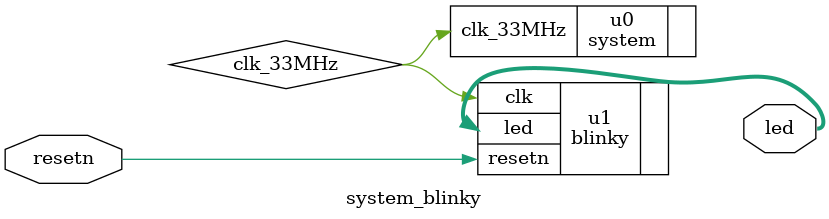
<source format=sv>
`timescale 1ns / 1ps


module system_blinky(
    input               resetn,
    output      [3:0]   led
    );
    
    system u0(  .clk_33MHz      (clk_33MHz));
    
    blinky u1(
            .clk        (clk_33MHz),
            .resetn     (resetn),
            .led        (led)    
            );
            
endmodule

</source>
